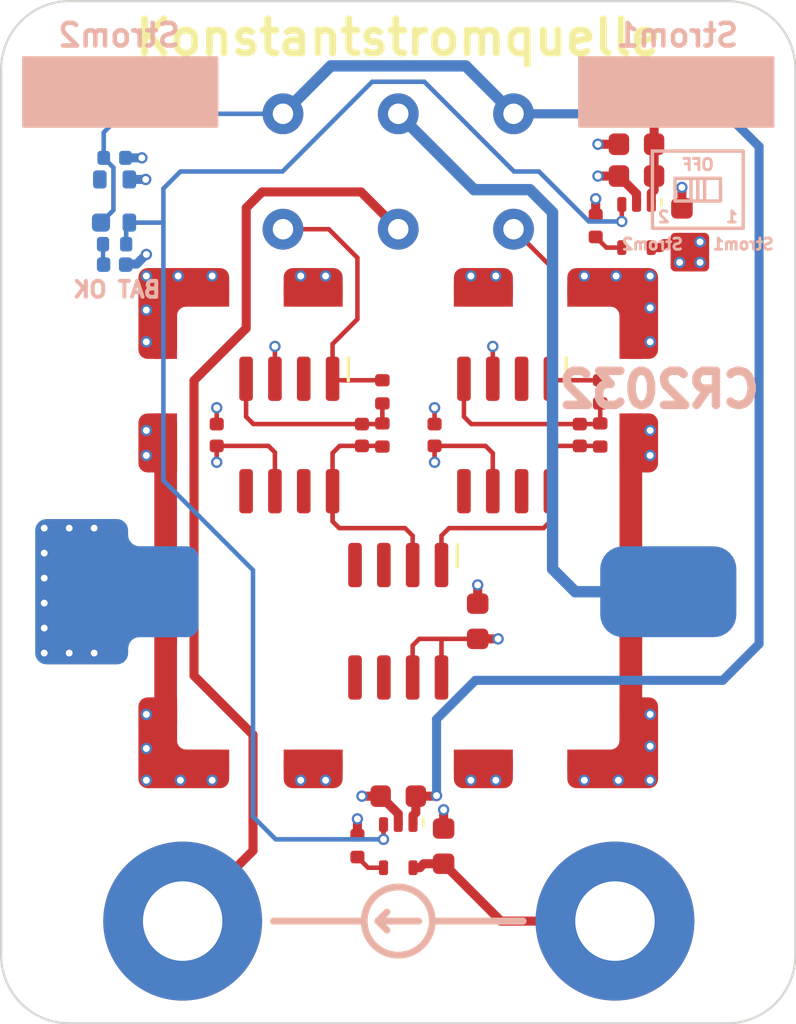
<source format=kicad_pcb>
(kicad_pcb (version 20241229) (generator "pcbnew") (generator_version "9.0")
  (title_block (title "Precision Current Source") (date "2021-11-10") (rev "A") (company "Drawn by: T.Netzer") (comment 2 "Battery voltage monitoring with LED indicator") (comment 3 "Two configurable constant currents") (comment 4 "- Precision constant current source -"))
  (layers (0 "F.Cu" signal) (4 "In1.Cu" signal "GND.Cu") (6 "In2.Cu" signal "POWER.Cu") (2 "B.Cu" signal) (13 "F.Paste" user) (15 "B.Paste" user) (5 "F.SilkS" user "F.Silkscreen") (7 "B.SilkS" user "B.Silkscreen") (1 "F.Mask" user) (3 "B.Mask" user) (25 "Edge.Cuts" user))
  (net 0 "")
  (net 1 "Net-(BT1-+)")
  (net 2 "GND")
  (net 3 "+BATT")
  (net 4 "Net-(U2--)")
  (net 5 "Net-(C4-Pad2)")
  (net 6 "Net-(U3--)")
  (net 7 "Net-(C6-Pad2)")
  (net 8 "Net-(U5-NR)")
  (net 9 "+4V5")
  (net 10 "Net-(U6-NR)")
  (net 11 "Net-(D1-A)")
  (net 12 "Net-(SW1A-B)")
  (net 13 "Net-(SW1A-A)")
  (net 14 "Net-(SW1A-C)")
  (net 22 "+1V5")
  (net 24 "/PWR_EN")
  (footprint "PrecisionCurrentSource:Resistor_0402" (layer "F.Cu") (at 154.9 106.1 90)
    (property "Reference" "R2")
    (property "Value" "1k 0,05%" (hide yes))
    (pad "1" smd roundrect (at -0.51 0 90) (size 0.54 0.64) (layers "F.Cu" "F.Mask" "F.Paste") (net 4 "Net-(U2--)"))
    (pad "2" smd roundrect (at 0.51 0 90) (size 0.54 0.64) (layers "F.Cu" "F.Mask" "F.Paste") (net 5 "Net-(C4-Pad2)"))
  )
  (footprint "PrecisionCurrentSource:Capacitor_0402" (layer "F.Cu") (at 144.2 124.2 90)
    (property "Reference" "C11")
    (property "Value" "10nF" (hide yes))
    (pad "1" smd roundrect (at -0.48 0 90) (size 0.56 0.62) (layers "F.Cu" "F.Mask" "F.Paste") (net 10 "Net-(U6-NR)"))
    (pad "2" smd roundrect (at 0.48 0 90) (size 0.56 0.62) (layers "F.Cu" "F.Mask" "F.Paste") (net 2 "GND"))
  )
  (footprint "PrecisionCurrentSource:SC70-5" (layer "F.Cu") (at 146 124.2 -90)
    (property "Reference" "U6")
    (property "Value" "TPS71715" (hide yes))
    (fp_line (start -1.2 -1.1) (end -0.9 -1.1) (stroke (width 0.12)) (layer "F.SilkS"))
    (pad "1" smd roundrect (at -0.95 -0.65 270) (size 0.65 0.4) (layers "F.Cu" "F.Mask" "F.Paste") (net 3 "+BATT"))
    (pad "2" smd roundrect (at -0.95 0 270) (size 0.65 0.4) (layers "F.Cu" "F.Mask" "F.Paste") (net 2 "GND"))
    (pad "3" smd roundrect (at -0.95 0.65 270) (size 0.65 0.4) (layers "F.Cu" "F.Mask" "F.Paste") (net 24 "/PWR_EN"))
    (pad "4" smd roundrect (at 0.95 0.65 270) (size 0.65 0.4) (layers "F.Cu" "F.Mask" "F.Paste") (net 10 "Net-(U6-NR)"))
    (pad "5" smd roundrect (at 0.95 -0.65 270) (size 0.65 0.4) (layers "F.Cu" "F.Mask" "F.Paste") (net 22 "+1V5"))
  )
  (footprint "PrecisionCurrentSource:Capacitor_0402" (layer "F.Cu") (at 138 106.1 90)
    (property "Reference" "C5")
    (property "Value" "100nF" (hide yes))
    (pad "1" smd roundrect (at -0.48 0 90) (size 0.56 0.62) (layers "F.Cu" "F.Mask" "F.Paste") (net 9 "+4V5"))
    (pad "2" smd roundrect (at 0.48 0 90) (size 0.56 0.62) (layers "F.Cu" "F.Mask" "F.Paste") (net 2 "GND"))
  )
  (footprint "PrecisionCurrentSource:Capacitor_0603" (layer "F.Cu") (at 146 122 180)
    (property "Reference" "C10")
    (property "Value" "1µF" (hide yes))
    (pad "1" smd roundrect (at -0.775 0 180) (size 0.9 0.95) (layers "F.Cu" "F.Mask" "F.Paste") (net 3 "+BATT"))
    (pad "2" smd roundrect (at 0.775 0 180) (size 0.9 0.95) (layers "F.Cu" "F.Mask" "F.Paste") (net 2 "GND"))
  )
  (footprint "PrecisionCurrentSource:Capacitor_0603" (layer "F.Cu") (at 158.5 96.9 90)
    (property "Reference" "C9")
    (property "Value" "1µF" (hide yes))
    (pad "1" smd roundrect (at -0.775 0 90) (size 0.9 0.95) (layers "F.Cu" "F.Mask" "F.Paste") (net 9 "+4V5"))
    (pad "2" smd roundrect (at 0.775 0 90) (size 0.9 0.95) (layers "F.Cu" "F.Mask" "F.Paste") (net 2 "GND"))
  )
  (footprint "PrecisionCurrentSource:Capacitor_0402" (layer "F.Cu") (at 154.7 96.9 90)
    (property "Reference" "C8")
    (property "Value" "10nF" (hide yes))
    (pad "1" smd roundrect (at -0.48 0 90) (size 0.56 0.62) (layers "F.Cu" "F.Mask" "F.Paste") (net 8 "Net-(U5-NR)"))
    (pad "2" smd roundrect (at 0.48 0 90) (size 0.56 0.62) (layers "F.Cu" "F.Mask" "F.Paste") (net 2 "GND"))
  )
  (footprint "PrecisionCurrentSource:SC70-5" (layer "F.Cu") (at 156.5 96.9 -90)
    (property "Reference" "U5")
    (property "Value" "TPS71745" (hide yes))
    (fp_line (start -1.2 -1.1) (end -0.9 -1.1) (stroke (width 0.12)) (layer "F.SilkS"))
    (pad "1" smd roundrect (at -0.95 -0.65 270) (size 0.65 0.4) (layers "F.Cu" "F.Mask" "F.Paste") (net 3 "+BATT"))
    (pad "2" smd roundrect (at -0.95 0 270) (size 0.65 0.4) (layers "F.Cu" "F.Mask" "F.Paste") (net 2 "GND"))
    (pad "3" smd roundrect (at -0.95 0.65 270) (size 0.65 0.4) (layers "F.Cu" "F.Mask" "F.Paste") (net 24 "/PWR_EN"))
    (pad "4" smd roundrect (at 0.95 0.65 270) (size 0.65 0.4) (layers "F.Cu" "F.Mask" "F.Paste") (net 8 "Net-(U5-NR)"))
    (pad "5" smd roundrect (at 0.95 -0.65 270) (size 0.65 0.4) (layers "F.Cu" "F.Mask" "F.Paste") (net 9 "+4V5"))
  )
  (footprint "PrecisionCurrentSource:SOIC-8" (layer "F.Cu") (at 141.2 106.1 -90)
    (property "Reference" "U3")
    (property "Value" "LMP7721" (hide yes))
    (fp_line (start -3.4 -2.6) (end -2.4 -2.6) (stroke (width 0.15)) (layer "F.SilkS"))
    (pad "1" smd roundrect (at -2.475 -1.905 270) (size 1.95 0.6) (layers "F.Cu" "F.Mask" "F.Paste") (net 14 "Net-(SW1A-C)"))
    (pad "2" smd roundrect (at -2.475 -0.635 270) (size 1.95 0.6) (layers "F.Cu" "F.Mask" "F.Paste"))
    (pad "3" smd roundrect (at -2.475 0.635 270) (size 1.95 0.6) (layers "F.Cu" "F.Mask" "F.Paste") (net 2 "GND"))
    (pad "4" smd roundrect (at -2.475 1.905 270) (size 1.95 0.6) (layers "F.Cu" "F.Mask" "F.Paste") (net 7 "Net-(C6-Pad2)"))
    (pad "5" smd roundrect (at 2.475 1.905 270) (size 1.95 0.6) (layers "F.Cu" "F.Mask" "F.Paste"))
    (pad "6" smd roundrect (at 2.475 0.635 270) (size 1.95 0.6) (layers "F.Cu" "F.Mask" "F.Paste") (net 9 "+4V5"))
    (pad "7" smd roundrect (at 2.475 -0.635 270) (size 1.95 0.6) (layers "F.Cu" "F.Mask" "F.Paste"))
    (pad "8" smd roundrect (at 2.475 -1.905 270) (size 1.95 0.6) (layers "F.Cu" "F.Mask" "F.Paste") (net 6 "Net-(U3--)"))
  )
  (footprint "PrecisionCurrentSource:Capacitor_0603" (layer "F.Cu") (at 149.5 114.3 90)
    (property "Reference" "C13")
    (property "Value" "10µF" (hide yes))
    (pad "1" smd roundrect (at -0.775 0 90) (size 0.9 0.95) (layers "F.Cu" "F.Mask" "F.Paste") (net 9 "+4V5"))
    (pad "2" smd roundrect (at 0.775 0 90) (size 0.9 0.95) (layers "F.Cu" "F.Mask" "F.Paste") (net 2 "GND"))
  )
  (footprint "PrecisionCurrentSource:Capacitor_0402" (layer "F.Cu") (at 147.6 106.1 90)
    (property "Reference" "C3")
    (property "Value" "100nF" (hide yes))
    (pad "1" smd roundrect (at -0.48 0 90) (size 0.56 0.62) (layers "F.Cu" "F.Mask" "F.Paste") (net 9 "+4V5"))
    (pad "2" smd roundrect (at 0.48 0 90) (size 0.56 0.62) (layers "F.Cu" "F.Mask" "F.Paste") (net 2 "GND"))
  )
  (footprint "PrecisionCurrentSource:Capacitor_0603" (layer "F.Cu") (at 156.5 94.7 180)
    (property "Reference" "C7")
    (property "Value" "1µF" (hide yes))
    (pad "1" smd roundrect (at -0.775 0 180) (size 0.9 0.95) (layers "F.Cu" "F.Mask" "F.Paste") (net 3 "+BATT"))
    (pad "2" smd roundrect (at 0.775 0 180) (size 0.9 0.95) (layers "F.Cu" "F.Mask" "F.Paste") (net 2 "GND"))
  )
  (footprint "PrecisionCurrentSource:Capacitor_0603" (layer "F.Cu") (at 156.5 93.3 180)
    (property "Reference" "C1")
    (property "Value" "10µF" (hide yes))
    (pad "1" smd roundrect (at -0.775 0 180) (size 0.9 0.95) (layers "F.Cu" "F.Mask" "F.Paste") (net 3 "+BATT"))
    (pad "2" smd roundrect (at 0.775 0 180) (size 0.9 0.95) (layers "F.Cu" "F.Mask" "F.Paste") (net 2 "GND"))
  )
  (footprint "PrecisionCurrentSource:Capacitor_0402" (layer "F.Cu") (at 154 106.1 90)
    (property "Reference" "C4")
    (property "Value" "10nF" (hide yes))
    (pad "1" smd roundrect (at -0.48 0 90) (size 0.56 0.62) (layers "F.Cu" "F.Mask" "F.Paste") (net 4 "Net-(U2--)"))
    (pad "2" smd roundrect (at 0.48 0 90) (size 0.56 0.62) (layers "F.Cu" "F.Mask" "F.Paste") (net 5 "Net-(C4-Pad2)"))
  )
  (footprint "PrecisionCurrentSource:SOIC-8" (layer "F.Cu") (at 146 114.3 -90)
    (property "Reference" "U4")
    (property "Value" "REF200AU" (hide yes))
    (fp_line (start -3.4 -2.6) (end -2.4 -2.6) (stroke (width 0.15)) (layer "F.SilkS"))
    (pad "1" smd roundrect (at -2.475 -1.905 270) (size 1.95 0.6) (layers "F.Cu" "F.Mask" "F.Paste") (net 4 "Net-(U2--)"))
    (pad "2" smd roundrect (at -2.475 -0.635 270) (size 1.95 0.6) (layers "F.Cu" "F.Mask" "F.Paste") (net 6 "Net-(U3--)"))
    (pad "3" smd roundrect (at -2.475 0.635 270) (size 1.95 0.6) (layers "F.Cu" "F.Mask" "F.Paste"))
    (pad "4" smd roundrect (at -2.475 1.905 270) (size 1.95 0.6) (layers "F.Cu" "F.Mask" "F.Paste"))
    (pad "5" smd roundrect (at 2.475 1.905 270) (size 1.95 0.6) (layers "F.Cu" "F.Mask" "F.Paste"))
    (pad "6" smd roundrect (at 2.475 0.635 270) (size 1.95 0.6) (layers "F.Cu" "F.Mask" "F.Paste"))
    (pad "7" smd roundrect (at 2.475 -0.635 270) (size 1.95 0.6) (layers "F.Cu" "F.Mask" "F.Paste") (net 9 "+4V5"))
    (pad "8" smd roundrect (at 2.475 -1.905 270) (size 1.95 0.6) (layers "F.Cu" "F.Mask" "F.Paste") (net 9 "+4V5"))
  )
  (footprint "PrecisionCurrentSource:Capacitor_0603" (layer "F.Cu") (at 148 124.2 90)
    (property "Reference" "C12")
    (property "Value" "1µF" (hide yes))
    (pad "1" smd roundrect (at -0.775 0 90) (size 0.9 0.95) (layers "F.Cu" "F.Mask" "F.Paste") (net 22 "+1V5"))
    (pad "2" smd roundrect (at 0.775 0 90) (size 0.9 0.95) (layers "F.Cu" "F.Mask" "F.Paste") (net 2 "GND"))
  )
  (footprint "PrecisionCurrentSource:SOIC-8" (layer "F.Cu") (at 150.8 106.1 -90)
    (property "Reference" "U2")
    (property "Value" "LMP7721" (hide yes))
    (fp_line (start -3.4 -2.6) (end -2.4 -2.6) (stroke (width 0.15)) (layer "F.SilkS"))
    (pad "1" smd roundrect (at -2.475 -1.905 270) (size 1.95 0.6) (layers "F.Cu" "F.Mask" "F.Paste") (net 13 "Net-(SW1A-A)"))
    (pad "2" smd roundrect (at -2.475 -0.635 270) (size 1.95 0.6) (layers "F.Cu" "F.Mask" "F.Paste"))
    (pad "3" smd roundrect (at -2.475 0.635 270) (size 1.95 0.6) (layers "F.Cu" "F.Mask" "F.Paste") (net 2 "GND"))
    (pad "4" smd roundrect (at -2.475 1.905 270) (size 1.95 0.6) (layers "F.Cu" "F.Mask" "F.Paste") (net 5 "Net-(C4-Pad2)"))
    (pad "5" smd roundrect (at 2.475 1.905 270) (size 1.95 0.6) (layers "F.Cu" "F.Mask" "F.Paste"))
    (pad "6" smd roundrect (at 2.475 0.635 270) (size 1.95 0.6) (layers "F.Cu" "F.Mask" "F.Paste") (net 9 "+4V5"))
    (pad "7" smd roundrect (at 2.475 -0.635 270) (size 1.95 0.6) (layers "F.Cu" "F.Mask" "F.Paste"))
    (pad "8" smd roundrect (at 2.475 -1.905 270) (size 1.95 0.6) (layers "F.Cu" "F.Mask" "F.Paste") (net 4 "Net-(U2--)"))
  )
  (footprint "PrecisionCurrentSource:Wuerth_36103205_20x20mm" (layer "F.Cu") (at 146 110.2)
    (property "Reference" "J1")
    (property "Value" "EMI-Shield" (hide yes))
    (pad "1" smd rect (at -10.25 -10.25) (size 1 1) (layers "F.Cu" "F.Mask" "F.Paste") (net 2 "GND"))
    (pad "1" smd rect (at -10.25 -8.6) (size 1 2.3) (layers "F.Cu" "F.Mask" "F.Paste") (net 2 "GND"))
    (pad "1" smd rect (at -10.25 -3.75) (size 1 2.6) (layers "F.Cu" "F.Mask" "F.Paste") (net 2 "GND"))
    (pad "1" smd rect (at -10.25 3.75) (size 1 2.6) (layers "F.Cu" "F.Mask" "F.Paste") (net 2 "GND"))
    (pad "1" smd rect (at -10.25 8.6) (size 1 2.3) (layers "F.Cu" "F.Mask" "F.Paste") (net 2 "GND"))
    (pad "1" smd rect (at -10.25 10.25) (size 1 1) (layers "F.Cu" "F.Mask" "F.Paste") (net 2 "GND"))
    (pad "1" smd rect (at -8.6 -10.25) (size 2.3 1) (layers "F.Cu" "F.Mask" "F.Paste") (net 2 "GND"))
    (pad "1" smd rect (at -8.6 10.25) (size 2.3 1) (layers "F.Cu" "F.Mask" "F.Paste") (net 2 "GND"))
    (pad "1" smd rect (at -3.75 -10.25) (size 2.6 1) (layers "F.Cu" "F.Mask" "F.Paste") (net 2 "GND"))
    (pad "1" smd rect (at -3.75 10.25) (size 2.6 1) (layers "F.Cu" "F.Mask" "F.Paste") (net 2 "GND"))
    (pad "1" smd rect (at 3.75 -10.25) (size 2.6 1) (layers "F.Cu" "F.Mask" "F.Paste") (net 2 "GND"))
    (pad "1" smd rect (at 3.75 10.25) (size 2.6 1) (layers "F.Cu" "F.Mask" "F.Paste") (net 2 "GND"))
    (pad "1" smd rect (at 8.6 -10.25) (size 2.3 1) (layers "F.Cu" "F.Mask" "F.Paste") (net 2 "GND"))
    (pad "1" smd rect (at 8.6 10.25) (size 2.3 1) (layers "F.Cu" "F.Mask" "F.Paste") (net 2 "GND"))
    (pad "1" smd rect (at 10.25 -10.25) (size 1 1) (layers "F.Cu" "F.Mask" "F.Paste") (net 2 "GND"))
    (pad "1" smd rect (at 10.25 -8.6) (size 1 2.3) (layers "F.Cu" "F.Mask" "F.Paste") (net 2 "GND"))
    (pad "1" smd rect (at 10.25 -3.75) (size 1 2.6) (layers "F.Cu" "F.Mask" "F.Paste") (net 2 "GND"))
    (pad "1" smd rect (at 10.25 3.75) (size 1 2.6) (layers "F.Cu" "F.Mask" "F.Paste") (net 2 "GND"))
    (pad "1" smd rect (at 10.25 8.6) (size 1 2.3) (layers "F.Cu" "F.Mask" "F.Paste") (net 2 "GND"))
    (pad "1" smd rect (at 10.25 10.25) (size 1 1) (layers "F.Cu" "F.Mask" "F.Paste") (net 2 "GND"))
  )
  (footprint "PrecisionCurrentSource:MountingHole" (layer "F.Cu") (at 155.55 127.5)
    (property "Reference" "H1" (hide yes))
    (property "Value" "MountingHole" (hide yes))
    (pad "1" thru_hole circle (at 0 0) (size 7 7) (drill 3.5) (layers "*.Cu" "*.Mask") (net 22 "+1V5"))
  )
  (footprint "PrecisionCurrentSource:Resistor_0402" (layer "F.Cu") (at 145.3 106.1 90)
    (property "Reference" "R4")
    (property "Value" "1k 0,05%" (hide yes))
    (pad "1" smd roundrect (at -0.51 0 90) (size 0.54 0.64) (layers "F.Cu" "F.Mask" "F.Paste") (net 6 "Net-(U3--)"))
    (pad "2" smd roundrect (at 0.51 0 90) (size 0.54 0.64) (layers "F.Cu" "F.Mask" "F.Paste") (net 7 "Net-(C6-Pad2)"))
  )
  (footprint "PrecisionCurrentSource:Capacitor_0402" (layer "F.Cu") (at 144.4 106.1 90)
    (property "Reference" "C6")
    (property "Value" "10nF" (hide yes))
    (pad "1" smd roundrect (at -0.48 0 90) (size 0.56 0.62) (layers "F.Cu" "F.Mask" "F.Paste") (net 6 "Net-(U3--)"))
    (pad "2" smd roundrect (at 0.48 0 90) (size 0.56 0.62) (layers "F.Cu" "F.Mask" "F.Paste") (net 7 "Net-(C6-Pad2)"))
  )
  (footprint "PrecisionCurrentSource:MountingHole" (layer "F.Cu") (at 136.5 127.5 90)
    (property "Reference" "H2" (hide yes))
    (property "Value" "MountingHole" (hide yes))
    (pad "1" thru_hole circle (at 0 0 90) (size 7 7) (drill 3.5) (layers "*.Cu" "*.Mask") (net 12 "Net-(SW1A-B)"))
  )
  (footprint "PrecisionCurrentSource:Resistor_0402" (layer "F.Cu") (at 145.3 104.2 -90)
    (property "Reference" "R5")
    (property "Value" "100k 0,05%" (hide yes))
    (pad "1" smd roundrect (at -0.51 0 270) (size 0.54 0.64) (layers "F.Cu" "F.Mask" "F.Paste") (net 14 "Net-(SW1A-C)"))
    (pad "2" smd roundrect (at 0.51 0 270) (size 0.54 0.64) (layers "F.Cu" "F.Mask" "F.Paste") (net 7 "Net-(C6-Pad2)"))
  )
  (footprint "PrecisionCurrentSource:Resistor_0402" (layer "F.Cu") (at 154.9 104.2 -90)
    (property "Reference" "R3")
    (property "Value" "1M 0,1%" (hide yes))
    (pad "1" smd roundrect (at -0.51 0 270) (size 0.54 0.64) (layers "F.Cu" "F.Mask" "F.Paste") (net 13 "Net-(SW1A-A)"))
    (pad "2" smd roundrect (at 0.51 0 270) (size 0.54 0.64) (layers "F.Cu" "F.Mask" "F.Paste") (net 5 "Net-(C4-Pad2)"))
  )
  (footprint "PrecisionCurrentSource:600DP3S2M4R" (layer "B.Cu") (at 146 94.5 180)
    (property "Reference" "SW1")
    (property "Value" "600DP3S2M4R" (hide yes))
    (pad "1" thru_hole circle (at -5.08 -2.54 180) (size 1.8 1.8) (drill 0.9) (layers "*.Cu" "*.Mask") (net 13 "Net-(SW1A-A)"))
    (pad "2" thru_hole circle (at 0 -2.54 180) (size 1.8 1.8) (drill 0.9) (layers "*.Cu" "*.Mask") (net 12 "Net-(SW1A-B)"))
    (pad "3" thru_hole circle (at 5.08 -2.54 180) (size 1.8 1.8) (drill 0.9) (layers "*.Cu" "*.Mask") (net 14 "Net-(SW1A-C)"))
    (pad "4" thru_hole circle (at -5.08 2.54 180) (size 1.8 1.8) (drill 0.9) (layers "*.Cu" "*.Mask") (net 3 "+BATT"))
    (pad "5" thru_hole circle (at 0 2.54 180) (size 1.8 1.8) (drill 0.9) (layers "*.Cu" "*.Mask") (net 1 "Net-(BT1-+)"))
    (pad "6" thru_hole circle (at 5.08 2.54 180) (size 1.8 1.8) (drill 0.9) (layers "*.Cu" "*.Mask") (net 3 "+BATT"))
  )
  (footprint "PrecisionCurrentSource:Keystone_1062" (layer "B.Cu") (at 146 113 180)
    (property "Reference" "BT1")
    (property "Value" "2x CR2032" (hide yes))
    (pad "1" smd roundrect (at -11.9 0 180) (size 6 4) (layers "B.Cu" "B.Mask" "B.Paste") (net 1 "Net-(BT1-+)"))
    (pad "2" smd roundrect (at 11.9 0 180) (size 6 4) (layers "B.Cu" "B.Mask" "B.Paste") (net 2 "GND"))
  )
  (footprint "PrecisionCurrentSource:Resistor_0402" (layer "B.Cu") (at 133.5 97.7 180)
    (property "Reference" "R1")
    (property "Value" "8k2" (hide yes))
    (pad "1" smd roundrect (at -0.51 0 180) (size 0.54 0.64) (layers "B.Cu" "B.Mask" "B.Paste") (net 24 "/PWR_EN"))
    (pad "2" smd roundrect (at 0.51 0 180) (size 0.54 0.64) (layers "B.Cu" "B.Mask" "B.Paste") (net 11 "Net-(D1-A)"))
  )
  (footprint "PrecisionCurrentSource:SOP4" (layer "B.Cu") (at 133.5 95.8 180)
    (property "Reference" "U1")
    (property "Value" "BU4947F" (hide yes))
    (pad "1" smd roundrect (at -0.65 -0.95 90) (size 0.8 0.6) (layers "B.Cu" "B.Mask" "B.Paste") (net 24 "/PWR_EN"))
    (pad "2" smd roundrect (at 0.6 -0.95 90) (size 0.8 0.8) (layers "B.Cu" "B.Mask" "B.Paste") (net 3 "+BATT"))
    (pad "3" smd roundrect (at 0.65 0.95 90) (size 0.8 0.6) (layers "B.Cu" "B.Mask" "B.Paste"))
    (pad "4" smd roundrect (at -0.65 0.95 90) (size 0.8 0.6) (layers "B.Cu" "B.Mask" "B.Paste") (net 2 "GND"))
  )
  (footprint "PrecisionCurrentSource:LED_0402" (layer "B.Cu") (at 133.5 98.6 180)
    (property "Reference" "D1")
    (property "Value" "Green" (hide yes))
    (pad "1" smd roundrect (at -0.485 0 180) (size 0.59 0.64) (layers "B.Cu" "B.Mask" "B.Paste") (net 2 "GND"))
    (pad "2" smd roundrect (at 0.485 0 180) (size 0.59 0.64) (layers "B.Cu" "B.Mask" "B.Paste") (net 11 "Net-(D1-A)"))
  )
  (footprint "PrecisionCurrentSource:Capacitor_0402" (layer "B.Cu") (at 133.5 93.9)
    (property "Reference" "C2")
    (property "Value" "100nF" (hide yes))
    (pad "1" smd roundrect (at -0.48 0) (size 0.56 0.62) (layers "B.Cu" "B.Mask" "B.Paste") (net 3 "+BATT"))
    (pad "2" smd roundrect (at 0.48 0) (size 0.56 0.62) (layers "B.Cu" "B.Mask" "B.Paste") (net 2 "GND"))
  )
  (gr_line (start 145.1 127.5) (end 145.5 127.9) (stroke (width 0.3)) (layer "F.SilkS"))
  (gr_line (start 146.9 127.5) (end 145.1 127.5) (stroke (width 0.3)) (layer "F.SilkS"))
  (gr_line (start 144.5 127.5) (end 140.5 127.5) (stroke (width 0.3)) (layer "F.SilkS"))
  (gr_line (start 145.1 127.5) (end 145.5 127.1) (stroke (width 0.3)) (layer "F.SilkS"))
  (gr_line (start 147.5 127.5) (end 151.5 127.5) (stroke (width 0.3)) (layer "F.SilkS"))
  (gr_circle (center 146 127.5) (end 147.5 127.5) (stroke (width 0.3)) (fill no) (layer "F.SilkS"))
  (gr_line (start 159.5 94.8) (end 159.5 95.8) (stroke (width 0.15)) (layer "B.SilkS"))
  (gr_rect (start 154 89.5) (end 162.5 92.5) (stroke (width 0.15)) (fill yes) (layer "B.SilkS"))
  (gr_rect (start 158.2 94.8) (end 160.2 95.8) (stroke (width 0.15)) (fill no) (layer "B.SilkS"))
  (gr_line (start 147.5 127.5) (end 151.5 127.5) (stroke (width 0.3)) (layer "B.SilkS"))
  (gr_circle (center 146 127.5) (end 147.5 127.5) (stroke (width 0.3)) (fill no) (layer "B.SilkS"))
  (gr_rect (start 129.5 89.5) (end 138 92.5) (stroke (width 0.15)) (fill yes) (layer "B.SilkS"))
  (gr_line (start 145.1 127.5) (end 145.5 127.1) (stroke (width 0.3)) (layer "B.SilkS"))
  (gr_line (start 144.5 127.5) (end 140.5 127.5) (stroke (width 0.3)) (layer "B.SilkS"))
  (gr_line (start 145.1 127.5) (end 145.5 127.9) (stroke (width 0.3)) (layer "B.SilkS"))
  (gr_line (start 146.9 127.5) (end 145.1 127.5) (stroke (width 0.3)) (layer "B.SilkS"))
  (gr_rect (start 157.2 93.6) (end 161.2 97) (stroke (width 0.15)) (fill no) (layer "B.SilkS"))
  (gr_line (start 159.2 94.8) (end 159.2 95.8) (stroke (width 0.15)) (layer "B.SilkS"))
  (gr_line (start 158.9 94.8) (end 158.9 95.8) (stroke (width 0.15)) (layer "B.SilkS"))
  (gr_line (start 128.5 129) (end 128.5 90) (stroke (width 0.1)) (layer "Edge.Cuts"))
  (gr_arc (start 128.5 90) (mid 129.37868 87.87868) (end 131.5 87) (stroke (width 0.1)) (layer "Edge.Cuts"))
  (gr_line (start 163.5 90) (end 163.5 129) (stroke (width 0.1)) (layer "Edge.Cuts"))
  (gr_line (start 131.5 87) (end 160.5 87) (stroke (width 0.1)) (layer "Edge.Cuts"))
  (gr_line (start 160.5 132) (end 131.5 132) (stroke (width 0.1)) (layer "Edge.Cuts"))
  (gr_arc (start 163.5 129) (mid 162.62132 131.12132) (end 160.5 132) (stroke (width 0.1)) (layer "Edge.Cuts"))
  (gr_arc (start 160.5 87) (mid 162.62132 87.87868) (end 163.5 90) (stroke (width 0.1)) (layer "Edge.Cuts"))
  (gr_arc (start 131.5 132) (mid 129.37868 131.12132) (end 128.5 129) (stroke (width 0.1)) (layer "Edge.Cuts"))
  (gr_text "Konstantstromquelle" (at 146 88.6 0) (layer "F.SilkS") (effects (font (size 1.5 1.5) (thickness 0.3))))
  (gr_text "Strom2" (at 157.2 97.7 0) (layer "B.SilkS") (effects (font (size 0.5 0.5) (thickness 0.125)) (justify mirror)))
  (gr_text "2" (at 157.7 96.5 0) (layer "B.SilkS") (effects (font (size 0.5 0.5) (thickness 0.125)) (justify mirror)))
  (gr_text "Strom1" (at 161.2 97.7 0) (layer "B.SilkS") (effects (font (size 0.5 0.5) (thickness 0.125)) (justify mirror)))
  (gr_text "1" (at 160.7 96.5 0) (layer "B.SilkS") (effects (font (size 0.5 0.5) (thickness 0.125)) (justify mirror)))
  (gr_text "CR2032" (at 157.5 104.1 0) (layer "B.SilkS") (effects (font (size 1.5 1.5) (thickness 0.375)) (justify mirror)))
  (gr_text "Strom1" (at 158.3 88.5 0) (layer "B.SilkS") (effects (font (size 1 1) (thickness 0.2)) (justify mirror)))
  (gr_text "OFF" (at 159.2 94.2 0) (layer "B.SilkS") (effects (font (size 0.5 0.5) (thickness 0.125)) (justify mirror)))
  (gr_text "Strom2" (at 133.7 88.5 0) (layer "B.SilkS") (effects (font (size 1 1) (thickness 0.2)) (justify mirror)))
  (gr_text "BAT OK" (at 133.6 99.7 0) (layer "B.SilkS") (effects (font (size 0.7 0.7) (thickness 0.175)) (justify mirror)))
  (segment (start 152.8 96.3) (end 152.8 112) (width 0.5) (layer "B.Cu") (net 1))
  (segment (start 146 91.96) (end 149.34 95.3) (width 0.5) (layer "B.Cu") (net 1))
  (segment (start 149.34 95.3) (end 151.8 95.3) (width 0.5) (layer "B.Cu") (net 1))
  (segment (start 151.8 95.3) (end 152.8 96.3) (width 0.5) (layer "B.Cu") (net 1))
  (segment (start 153.8 113) (end 157.9 113) (width 0.5) (layer "B.Cu") (net 1))
  (segment (start 152.8 112) (end 153.8 113) (width 0.5) (layer "B.Cu") (net 1))
  (segment (start 140.565 102.2) (end 140.565 103.625) (width 0.2) (layer "F.Cu") (net 2))
  (segment (start 156.25 113.95) (end 156.25 118.8) (width 1) (layer "F.Cu") (net 2))
  (segment (start 155.725 93.3) (end 154.8 93.3) (width 0.4) (layer "F.Cu") (net 2))
  (segment (start 144.2 123.72) (end 144.2 123) (width 0.4) (layer "F.Cu") (net 2))
  (segment (start 135.75 118.8) (end 135.75 113.95) (width 1) (layer "F.Cu") (net 2))
  (segment (start 138 104.9) (end 138 105.62) (width 0.2) (layer "F.Cu") (net 2))
  (segment (start 158.5 96.125) (end 158.5 95.2) (width 0.4) (layer "F.Cu") (net 2))
  (segment (start 147.6 104.9) (end 147.6 105.62) (width 0.2) (layer "F.Cu") (net 2))
  (segment (start 154.7 96.42) (end 154.7 95.7) (width 0.4) (layer "F.Cu") (net 2))
  (segment (start 149.5 112.7) (end 149.5 113.525) (width 0.4) (layer "F.Cu") (net 2))
  (segment (start 135.75 113.95) (end 135.75 106.45) (width 1) (layer "F.Cu") (net 2))
  (segment (start 156.25 113.95) (end 156.25 106.45) (width 1) (layer "F.Cu") (net 2))
  (segment (start 155.725 94.7) (end 154.8 94.7) (width 0.4) (layer "F.Cu") (net 2))
  (segment (start 146 123.25) (end 146 122.775) (width 0.4) (layer "F.Cu") (net 2))
  (segment (start 146 122.775) (end 145.225 122) (width 0.4) (layer "F.Cu") (net 2))
  (segment (start 150.165 102.2) (end 150.165 103.625) (width 0.2) (layer "F.Cu") (net 2))
  (segment (start 156.5 95.475) (end 155.725 94.7) (width 0.4) (layer "F.Cu") (net 2))
  (segment (start 148 123.425) (end 148 122.6) (width 0.4) (layer "F.Cu") (net 2))
  (segment (start 145.225 122) (end 144.4 122) (width 0.4) (layer "F.Cu") (net 2))
  (segment (start 156.5 95.95) (end 156.5 95.475) (width 0.4) (layer "F.Cu") (net 2))
  (via (at 130.4 110.2) (size 0.5) (drill 0.3) (layers "F.Cu" "B.Cu") (net 2))
  (via (at 131.5 115.7) (size 0.5) (drill 0.3) (layers "F.Cu" "B.Cu") (net 2))
  (via (at 144.4 122) (size 0.5) (drill 0.3) (layers "F.Cu" "B.Cu") (net 2))
  (via (at 142.8 99.1) (size 0.5) (drill 0.3) (layers "F.Cu" "B.Cu") (net 2))
  (via (at 149.2 99.1) (size 0.5) (drill 0.3) (layers "F.Cu" "B.Cu") (net 2))
  (via (at 147.6 104.9) (size 0.5) (drill 0.3) (layers "F.Cu" "B.Cu") (net 2))
  (via (at 134.9 119.9) (size 0.5) (drill 0.3) (layers "F.Cu" "B.Cu") (net 2))
  (via (at 134.9 102) (size 0.5) (drill 0.3) (layers "F.Cu" "B.Cu") (net 2))
  (via (at 136.3 99.1) (size 0.5) (drill 0.3) (layers "F.Cu" "B.Cu") (net 2))
  (via (at 157.1 118.4) (size 0.5) (drill 0.3) (layers "F.Cu" "B.Cu") (net 2))
  (via (at 144.2 123) (size 0.5) (drill 0.3) (layers "F.Cu" "B.Cu") (net 2))
  (via (at 157.1 107) (size 0.5) (drill 0.3) (layers "F.Cu" "B.Cu") (net 2))
  (via (at 134.9 99.1) (size 0.5) (drill 0.3) (layers "F.Cu" "B.Cu") (net 2))
  (via (at 149.5 112.7) (size 0.5) (drill 0.3) (layers "F.Cu" "B.Cu") (net 2))
  (via (at 155.6 99.1) (size 0.5) (drill 0.3) (layers "F.Cu" "B.Cu") (net 2))
  (via (at 142.8 121.3) (size 0.5) (drill 0.3) (layers "F.Cu" "B.Cu") (net 2))
  (via (at 157.1 119.8) (size 0.5) (drill 0.3) (layers "F.Cu" "B.Cu") (net 2))
  (via (at 130.4 113.5) (size 0.5) (drill 0.3) (layers "F.Cu" "B.Cu") (net 2))
  (via (at 141.7 121.3) (size 0.5) (drill 0.3) (layers "F.Cu" "B.Cu") (net 2))
  (via (at 130.4 114.6) (size 0.5) (drill 0.3) (layers "F.Cu" "B.Cu") (net 2))
  (via (at 141.7 99.1) (size 0.5) (drill 0.3) (layers "F.Cu" "B.Cu") (net 2))
  (via (at 157.1 99.1) (size 0.5) (drill 0.3) (layers "F.Cu" "B.Cu") (net 2))
  (via (at 148 122.6) (size 0.5) (drill 0.3) (layers "F.Cu" "B.Cu") (net 2))
  (via (at 154.2 121.3) (size 0.5) (drill 0.3) (layers "F.Cu" "B.Cu") (net 2))
  (via (at 158.5 95.2) (size 0.5) (drill 0.3) (layers "F.Cu" "B.Cu") (net 2))
  (via (at 154.8 93.3) (size 0.5) (drill 0.3) (layers "F.Cu" "B.Cu") (net 2))
  (via (at 155.7 121.3) (size 0.5) (drill 0.3) (layers "F.Cu" "B.Cu") (net 2))
  (via (at 134.87 94.85) (size 0.5) (drill 0.3) (layers "F.Cu" "B.Cu") (net 2))
  (via (at 157.1 105.9) (size 0.5) (drill 0.3) (layers "F.Cu" "B.Cu") (net 2))
  (via (at 134.9 100.6) (size 0.5) (drill 0.3) (layers "F.Cu" "B.Cu") (net 2))
  (via (at 132.6 110.2) (size 0.5) (drill 0.3) (layers "F.Cu" "B.Cu") (net 2))
  (via (at 130.4 112.4) (size 0.5) (drill 0.3) (layers "F.Cu" "B.Cu") (net 2))
  (via (at 130.4 115.7) (size 0.5) (drill 0.3) (layers "F.Cu" "B.Cu") (net 2))
  (via (at 150.3 121.3) (size 0.5) (drill 0.3) (layers "F.Cu" "B.Cu") (net 2))
  (via (at 140.565 102.2) (size 0.5) (drill 0.3) (layers "F.Cu" "B.Cu") (net 2))
  (via (at 134.9 118.4) (size 0.5) (drill 0.3) (layers "F.Cu" "B.Cu") (net 2))
  (via (at 154.7 95.7) (size 0.5) (drill 0.3) (layers "F.Cu" "B.Cu") (net 2))
  (via (at 134.9 121.3) (size 0.5) (drill 0.3) (layers "F.Cu" "B.Cu") (net 2))
  (via (at 138 104.9) (size 0.5) (drill 0.3) (layers "F.Cu" "B.Cu") (net 2))
  (via (at 150.3 99.1) (size 0.5) (drill 0.3) (layers "F.Cu" "B.Cu") (net 2))
  (via (at 137.8 99.1) (size 0.5) (drill 0.3) (layers "F.Cu" "B.Cu") (net 2))
  (via (at 134.9 105.9) (size 0.5) (drill 0.3) (layers "F.Cu" "B.Cu") (net 2))
  (via (at 150.165 102.2) (size 0.5) (drill 0.3) (layers "F.Cu" "B.Cu") (net 2))
  (via (at 136.4 121.3) (size 0.5) (drill 0.3) (layers "F.Cu" "B.Cu") (net 2))
  (via (at 157.1 102) (size 0.5) (drill 0.3) (layers "F.Cu" "B.Cu") (net 2))
  (via (at 157.1 121.3) (size 0.5) (drill 0.3) (layers "F.Cu" "B.Cu") (net 2))
  (via (at 134.9 107) (size 0.5) (drill 0.3) (layers "F.Cu" "B.Cu") (net 2))
  (via (at 154.2 99.1) (size 0.5) (drill 0.3) (layers "F.Cu" "B.Cu") (net 2))
  (via (at 157.1 100.5) (size 0.5) (drill 0.3) (layers "F.Cu" "B.Cu") (net 2))
  (via (at 154.8 94.7) (size 0.5) (drill 0.3) (layers "F.Cu" "B.Cu") (net 2))
  (via (at 130.4 111.3) (size 0.5) (drill 0.3) (layers "F.Cu" "B.Cu") (net 2))
  (via (at 131.5 110.2) (size 0.5) (drill 0.3) (layers "F.Cu" "B.Cu") (net 2))
  (via (at 149.2 121.3) (size 0.5) (drill 0.3) (layers "F.Cu" "B.Cu") (net 2))
  (via (at 137.8 121.3) (size 0.5) (drill 0.3) (layers "F.Cu" "B.Cu") (net 2))
  (via (at 132.6 115.7) (size 0.5) (drill 0.3) (layers "F.Cu" "B.Cu") (net 2))
  (via (at 134.7 93.9) (size 0.5) (drill 0.3) (layers "F.Cu" "B.Cu") (net 2))
  (via (at 134.9 98.15) (size 0.5) (drill 0.3) (layers "F.Cu" "B.Cu") (net 2))
  (segment (start 134.9 98.15) (end 134.475 98.575) (width 0.4) (layer "B.Cu") (net 2))
  (segment (start 134.475 98.575) (end 133.985 98.575) (width 0.4) (layer "B.Cu") (net 2))
  (segment (start 134.7 93.9) (end 133.98 93.9) (width 0.4) (layer "B.Cu") (net 2))
  (segment (start 134.87 94.85) (end 134.15 94.85) (width 0.4) (layer "B.Cu") (net 2))
  (segment (start 156.76 91.96) (end 157.275 92.475) (width 0.4) (layer "F.Cu") (net 3))
  (segment (start 157.275 92.475) (end 157.275 93.3) (width 0.4) (layer "F.Cu") (net 3))
  (segment (start 157.275 93.3) (end 157.275 94.7) (width 0.4) (layer "F.Cu") (net 3))
  (segment (start 157.275 95.325) (end 157.275 94.7) (width 0.4) (layer "F.Cu") (net 3))
  (segment (start 146.65 122.85) (end 146.775 122.725) (width 0.4) (layer "F.Cu") (net 3))
  (segment (start 157.15 95.95) (end 157.15 95.45) (width 0.4) (layer "F.Cu") (net 3))
  (segment (start 147.661519 122) (end 147.687173 121.974346) (width 0.4) (layer "F.Cu") (net 3))
  (segment (start 146.65 123.25) (end 146.65 122.85) (width 0.4) (layer "F.Cu") (net 3))
  (segment (start 146.775 122.725) (end 146.775 122) (width 0.4) (layer "F.Cu") (net 3))
  (segment (start 151.08 91.96) (end 156.76 91.96) (width 0.4) (layer "F.Cu") (net 3))
  (segment (start 146.775 122) (end 147.661519 122) (width 0.4) (layer "F.Cu") (net 3))
  (segment (start 157.15 95.45) (end 157.275 95.325) (width 0.4) (layer "F.Cu") (net 3))
  (via (at 147.687173 121.974346) (size 0.5) (drill 0.3) (layers "F.Cu" "B.Cu") (net 3))
  (segment (start 161.9 93.4) (end 160.46 91.96) (width 0.4) (layer "B.Cu") (net 3))
  (segment (start 132.9 96.75) (end 133.44952 96.20048) (width 0.2) (layer "B.Cu") (net 3))
  (segment (start 133.02 92.78) (end 133.84 91.96) (width 0.2) (layer "B.Cu") (net 3))
  (segment (start 133.84 91.96) (end 140.92 91.96) (width 0.2) (layer "B.Cu") (net 3))
  (segment (start 147.687173 121.974346) (end 147.687173 118.612827) (width 0.4) (layer "B.Cu") (net 3))
  (segment (start 143.03 89.85) (end 148.97 89.85) (width 0.5) (layer "B.Cu") (net 3))
  (segment (start 133.44952 96.20048) (end 133.44952 94.32952) (width 0.2) (layer "B.Cu") (net 3))
  (segment (start 160.3 116.9) (end 161.9 115.3) (width 0.4) (layer "B.Cu") (net 3))
  (segment (start 133.44952 94.32952) (end 133.02 93.9) (width 0.2) (layer "B.Cu") (net 3))
  (segment (start 147.687173 118.612827) (end 149.4 116.9) (width 0.4) (layer "B.Cu") (net 3))
  (segment (start 148.97 89.85) (end 151.08 91.96) (width 0.5) (layer "B.Cu") (net 3))
  (segment (start 140.92 91.96) (end 143.03 89.85) (width 0.5) (layer "B.Cu") (net 3))
  (segment (start 133.02 93.9) (end 133.02 92.78) (width 0.2) (layer "B.Cu") (net 3))
  (segment (start 160.46 91.96) (end 151.08 91.96) (width 0.4) (layer "B.Cu") (net 3))
  (segment (start 161.9 115.3) (end 161.9 93.4) (width 0.4) (layer "B.Cu") (net 3))
  (segment (start 149.4 116.9) (end 160.3 116.9) (width 0.4) (layer "B.Cu") (net 3))
  (segment (start 153.02 106.58) (end 154 106.58) (width 0.2) (layer "F.Cu") (net 4))
  (segment (start 147.905 110.5325) (end 148.2375 110.2) (width 0.2) (layer "F.Cu") (net 4))
  (segment (start 152.705 108.575) (end 152.705 106.895) (width 0.2) (layer "F.Cu") (net 4))
  (segment (start 148.2375 110.2) (end 152.4 110.2) (width 0.2) (layer "F.Cu") (net 4))
  (segment (start 147.905 111.825) (end 147.905 110.5325) (width 0.2) (layer "F.Cu") (net 4))
  (segment (start 154.87 106.58) (end 154.9 106.61) (width 0.2) (layer "F.Cu") (net 4))
  (segment (start 152.4 110.2) (end 152.705 109.895) (width 0.2) (layer "F.Cu") (net 4))
  (segment (start 152.705 108.575) (end 152.705 109.895) (width 0.2) (layer "F.Cu") (net 4))
  (segment (start 154 106.58) (end 154.87 106.58) (width 0.2) (layer "F.Cu") (net 4))
  (segment (start 152.705 106.895) (end 153.02 106.58) (width 0.2) (layer "F.Cu") (net 4))
  (segment (start 154 105.62) (end 154.87 105.62) (width 0.2) (layer "F.Cu") (net 5))
  (segment (start 148.895 105.295) (end 148.895 103.625) (width 0.2) (layer "F.Cu") (net 5))
  (segment (start 149.22 105.62) (end 148.895 105.295) (width 0.2) (layer "F.Cu") (net 5))
  (segment (start 154.9 105.59) (end 154.9 104.71) (width 0.2) (layer "F.Cu") (net 5))
  (segment (start 154 105.62) (end 149.22 105.62) (width 0.2) (layer "F.Cu") (net 5))
  (segment (start 154.87 105.62) (end 154.9 105.59) (width 0.2) (layer "F.Cu") (net 5))
  (segment (start 143.105 109.905) (end 143.105 108.575) (width 0.2) (layer "F.Cu") (net 6))
  (segment (start 144.4 106.58) (end 145.27 106.58) (width 0.2) (layer "F.Cu") (net 6))
  (segment (start 146.635 111.825) (end 146.635 110.535) (width 0.2) (layer "F.Cu") (net 6))
  (segment (start 143.105 108.575) (end 143.105 106.895) (width 0.2) (layer "F.Cu") (net 6))
  (segment (start 143.105 106.895) (end 143.42 106.58) (width 0.2) (layer "F.Cu") (net 6))
  (segment (start 143.4 110.2) (end 143.105 109.905) (width 0.2) (layer "F.Cu") (net 6))
  (segment (start 143.42 106.58) (end 144.4 106.58) (width 0.2) (layer "F.Cu") (net 6))
  (segment (start 143.105 109.895) (end 143.105 108.575) (width 0.2) (layer "F.Cu") (net 6))
  (segment (start 146.635 110.535) (end 146.3 110.2) (width 0.2) (layer "F.Cu") (net 6))
  (segment (start 146.3 110.2) (end 143.4 110.2) (width 0.2) (layer "F.Cu") (net 6))
  (segment (start 145.27 106.58) (end 145.3 106.61) (width 0.2) (layer "F.Cu") (net 6))
  (segment (start 139.62 105.62) (end 139.295 105.295) (width 0.2) (layer "F.Cu") (net 7))
  (segment (start 144.4 105.62) (end 145.27 105.62) (width 0.2) (layer "F.Cu") (net 7))
  (segment (start 145.27 105.62) (end 145.3 105.59) (width 0.2) (layer "F.Cu") (net 7))
  (segment (start 139.295 105.295) (end 139.295 103.625) (width 0.2) (layer "F.Cu") (net 7))
  (segment (start 145.3 105.59) (end 145.3 104.71) (width 0.2) (layer "F.Cu") (net 7))
  (segment (start 144.4 105.62) (end 139.62 105.62) (width 0.2) (layer "F.Cu") (net 7))
  (segment (start 155.17 97.85) (end 154.7 97.38) (width 0.2) (layer "F.Cu") (net 8))
  (segment (start 155.85 97.85) (end 155.17 97.85) (width 0.2) (layer "F.Cu") (net 8))
  (segment (start 157.725 97.675) (end 158.5 97.675) (width 0.4) (layer "F.Cu") (net 9))
  (segment (start 149.5 115.075) (end 147.925 115.075) (width 0.2) (layer "F.Cu") (net 9))
  (segment (start 157.15 97.85) (end 157.55 97.85) (width 0.4) (layer "F.Cu") (net 9))
  (segment (start 138 106.58) (end 140.28 106.58) (width 0.2) (layer "F.Cu") (net 9))
  (segment (start 147.925 115.075) (end 146.925 115.075) (width 0.2) (layer "F.Cu") (net 9))
  (segment (start 140.28 106.58) (end 140.565 106.865) (width 0.2) (layer "F.Cu") (net 9))
  (segment (start 150.4 115.075) (end 149.5 115.075) (width 0.4) (layer "F.Cu") (net 9))
  (segment (start 147.6 107.3) (end 147.6 106.58) (width 0.2) (layer "F.Cu") (net 9))
  (segment (start 149.845 106.58) (end 150.165 106.9) (width 0.2) (layer "F.Cu") (net 9))
  (segment (start 138 107.3) (end 138 106.58) (width 0.2) (layer "F.Cu") (net 9))
  (segment (start 146.925 115.075) (end 146.635 115.365) (width 0.2) (layer "F.Cu") (net 9))
  (segment (start 157.55 97.85) (end 157.725 97.675) (width 0.4) (layer "F.Cu") (net 9))
  (segment (start 140.565 106.865) (end 140.565 108.575) (width 0.2) (layer "F.Cu") (net 9))
  (segment (start 150.165 106.9) (end 150.165 108.575) (width 0.2) (layer "F.Cu") (net 9))
  (segment (start 147.905 115.095) (end 147.925 115.075) (width 0.2) (layer "F.Cu") (net 9))
  (segment (start 146.635 115.365) (end 146.635 116.775) (width 0.2) (layer "F.Cu") (net 9))
  (segment (start 147.905 116.775) (end 147.905 115.095) (width 0.2) (layer "F.Cu") (net 9))
  (segment (start 147.6 106.58) (end 149.845 106.58) (width 0.2) (layer "F.Cu") (net 9))
  (via (at 159.3 97.6) (size 0.5) (drill 0.3) (layers "F.Cu" "B.Cu") (net 9))
  (via (at 150.4 115.075) (size 0.5) (drill 0.3) (layers "F.Cu" "B.Cu") (net 9))
  (via (at 159.3 98.5) (size 0.5) (drill 0.3) (layers "F.Cu" "B.Cu") (net 9))
  (via (at 138 107.3) (size 0.5) (drill 0.3) (layers "F.Cu" "B.Cu") (net 9))
  (via (at 158.4 98.5) (size 0.5) (drill 0.3) (layers "F.Cu" "B.Cu") (net 9))
  (via (at 147.6 107.3) (size 0.5) (drill 0.3) (layers "F.Cu" "B.Cu") (net 9))
  (segment (start 144.67 125.15) (end 144.2 124.68) (width 0.2) (layer "F.Cu") (net 10))
  (segment (start 145.35 125.15) (end 144.67 125.15) (width 0.2) (layer "F.Cu") (net 10))
  (segment (start 132.99 97.5) (end 132.99 98.375) (width 0.2) (layer "B.Cu") (net 11))
  (segment (start 132.99 98.375) (end 133.015 98.4) (width 0.2) (layer "B.Cu") (net 11))
  (segment (start 140 95.4) (end 144.36 95.4) (width 0.4) (layer "F.Cu") (net 12))
  (segment (start 139.3 101.4) (end 139.3 96.1) (width 0.4) (layer "F.Cu") (net 12))
  (segment (start 144.36 95.4) (end 146 97.04) (width 0.4) (layer "F.Cu") (net 12))
  (segment (start 136.5 127.5) (end 139.6 124.4) (width 0.4) (layer "F.Cu") (net 12))
  (segment (start 137 116.7) (end 137 103.7) (width 0.4) (layer "F.Cu") (net 12))
  (segment (start 137 103.7) (end 139.3 101.4) (width 0.4) (layer "F.Cu") (net 12))
  (segment (start 139.6 119.3) (end 137 116.7) (width 0.4) (layer "F.Cu") (net 12))
  (segment (start 139.6 124.4) (end 139.6 119.3) (width 0.4) (layer "F.Cu") (net 12))
  (segment (start 139.3 96.1) (end 140 95.4) (width 0.4) (layer "F.Cu") (net 12))
  (segment (start 154.9 103.69) (end 152.77 103.69) (width 0.2) (layer "F.Cu") (net 13))
  (segment (start 152.77 103.69) (end 152.705 103.625) (width 0.2) (layer "F.Cu") (net 13))
  (segment (start 152.705 98.665) (end 151.08 97.04) (width 0.2) (layer "F.Cu") (net 13))
  (segment (start 152.705 103.625) (end 152.705 98.665) (width 0.2) (layer "F.Cu") (net 13))
  (segment (start 144.2 101) (end 143.105 102.095) (width 0.2) (layer "F.Cu") (net 14))
  (segment (start 142.94 97.04) (end 144.2 98.3) (width 0.2) (layer "F.Cu") (net 14))
  (segment (start 143.105 102.095) (end 143.105 103.625) (width 0.2) (layer "F.Cu") (net 14))
  (segment (start 144.2 98.3) (end 144.2 101) (width 0.2) (layer "F.Cu") (net 14))
  (segment (start 143.17 103.69) (end 143.105 103.625) (width 0.2) (layer "F.Cu") (net 14))
  (segment (start 140.92 97.04) (end 142.94 97.04) (width 0.2) (layer "F.Cu") (net 14))
  (segment (start 145.3 103.69) (end 143.17 103.69) (width 0.2) (layer "F.Cu") (net 14))
  (segment (start 155.55 127.5) (end 150.525 127.5) (width 0.4) (layer "F.Cu") (net 22))
  (segment (start 146.95 125.15) (end 147.125 124.975) (width 0.4) (layer "F.Cu") (net 22))
  (segment (start 147.125 124.975) (end 148 124.975) (width 0.4) (layer "F.Cu") (net 22))
  (segment (start 146.65 125.15) (end 146.95 125.15) (width 0.4) (layer "F.Cu") (net 22))
  (segment (start 150.525 127.5) (end 148 124.975) (width 0.4) (layer "F.Cu") (net 22))
  (segment (start 155.85 95.95) (end 155.85 96.7) (width 0.2) (layer "F.Cu") (net 24))
  (segment (start 145.35 123.25) (end 145.35 123.9) (width 0.2) (layer "F.Cu") (net 24))
  (via (at 145.35 123.9) (size 0.5) (drill 0.3) (layers "F.Cu" "B.Cu") (net 24))
  (via (at 155.85 96.7) (size 0.5) (drill 0.3) (layers "F.Cu" "B.Cu") (net 24))
  (segment (start 135.65 95.25) (end 135.65 96.75) (width 0.2) (layer "B.Cu") (net 24))
  (segment (start 155.85 96.7) (end 154.4 96.7) (width 0.2) (layer "B.Cu") (net 24))
  (segment (start 136.4 94.5) (end 135.65 95.25) (width 0.2) (layer "B.Cu") (net 24))
  (segment (start 144.85 90.55) (end 140.9 94.5) (width 0.2) (layer "B.Cu") (net 24))
  (segment (start 140.6 123.9) (end 145.35 123.9) (width 0.2) (layer "B.Cu") (net 24))
  (segment (start 134.01 97.7) (end 134.01 96.89) (width 0.2) (layer "B.Cu") (net 24))
  (segment (start 152.2 94.5) (end 151.1 94.5) (width 0.2) (layer "B.Cu") (net 24))
  (segment (start 135.65 108.1) (end 139.6 112.05) (width 0.2) (layer "B.Cu") (net 24))
  (segment (start 139.6 122.9) (end 140.6 123.9) (width 0.2) (layer "B.Cu") (net 24))
  (segment (start 139.6 112.05) (end 139.6 122.9) (width 0.2) (layer "B.Cu") (net 24))
  (segment (start 147.15 90.55) (end 144.85 90.55) (width 0.2) (layer "B.Cu") (net 24))
  (segment (start 154.4 96.7) (end 152.2 94.5) (width 0.2) (layer "B.Cu") (net 24))
  (segment (start 151.1 94.5) (end 147.15 90.55) (width 0.2) (layer "B.Cu") (net 24))
  (segment (start 135.65 96.75) (end 135.65 108.1) (width 0.2) (layer "B.Cu") (net 24))
  (segment (start 134.01 96.89) (end 134.15 96.75) (width 0.2) (layer "B.Cu") (net 24))
  (segment (start 134.15 96.75) (end 135.65 96.75) (width 0.2) (layer "B.Cu") (net 24))
  (segment (start 140.9 94.5) (end 136.4 94.5) (width 0.2) (layer "B.Cu") (net 24))
  (zone (net 2) (net_name "GND") (layer "F.Cu") (name "GND") (connect_pads yes (clearance 0.2)) (min_thickness 0.2) (fill yes (thermal_gap 0.508) (thermal_bridge_width 0.508) (smoothing fillet) (radius 0.4))
    (polygon (pts (xy 140.95 98.75) (xy 143.55 98.75) (xy 143.55 100.45) (xy 140.95 100.45)))
  )
  (zone (net 2) (net_name "GND") (layer "F.Cu") (name "GND") (connect_pads yes (clearance 0.2)) (min_thickness 0.2) (fill yes (thermal_gap 0.508) (thermal_bridge_width 0.508) (smoothing fillet) (radius 0.4))
    (polygon (pts (xy 151.05 121.65) (xy 148.45 121.65) (xy 148.45 119.95) (xy 151.05 119.95)))
  )
  (zone (net 2) (net_name "GND") (layer "F.Cu") (name "GND") (connect_pads yes (clearance 0.2)) (min_thickness 0.2) (fill yes (thermal_gap 0.508) (thermal_bridge_width 0.508) (smoothing fillet) (radius 0.4))
    (polygon (pts (xy 134.55 107.75) (xy 134.55 105.15) (xy 136.25 105.15) (xy 136.25 107.75)))
  )
  (zone (net 2) (net_name "GND") (layer "F.Cu") (name "GND") (connect_pads yes (clearance 0.2)) (min_thickness 0.2) (fill yes (thermal_gap 0.508) (thermal_bridge_width 0.508) (smoothing fillet) (radius 0.4))
    (polygon (pts (xy 136.25 102.75) (xy 134.55 102.75) (xy 134.55 98.75) (xy 138.55 98.75) (xy 138.55 100.45) (xy 136.25 100.45)))
  )
  (zone (net 2) (net_name "GND") (layer "F.Cu") (name "GND") (connect_pads yes (clearance 0.2)) (min_thickness 0.2) (fill yes (thermal_gap 0.508) (thermal_bridge_width 0.508) (smoothing fillet) (radius 0.4))
    (polygon (pts (xy 155.75 117.65) (xy 157.45 117.65) (xy 157.45 121.65) (xy 153.45 121.65) (xy 153.45 119.95) (xy 155.75 119.95)))
  )
  (zone (net 2) (net_name "GND") (layer "F.Cu") (name "GND") (connect_pads yes (clearance 0.2)) (min_thickness 0.2) (fill yes (thermal_gap 0.508) (thermal_bridge_width 0.508) (smoothing fillet) (radius 0.4))
    (polygon (pts (xy 143.55 121.65) (xy 140.95 121.65) (xy 140.95 119.95) (xy 143.55 119.95)))
  )
  (zone (net 2) (net_name "GND") (layer "F.Cu") (name "GND") (connect_pads yes (clearance 0.2)) (min_thickness 0.2) (fill yes (thermal_gap 0.508) (thermal_bridge_width 0.508) (smoothing fillet) (radius 0.4))
    (polygon (pts (xy 153.45 100.45) (xy 153.45 98.75) (xy 157.45 98.75) (xy 157.45 102.75) (xy 155.75 102.75) (xy 155.75 100.45)))
  )
  (zone (net 2) (net_name "GND") (layer "F.Cu") (name "GND") (connect_pads yes (clearance 0.2)) (min_thickness 0.2) (fill yes (thermal_gap 0.508) (thermal_bridge_width 0.508) (smoothing fillet) (radius 0.4))
    (polygon (pts (xy 157.45 105.15) (xy 157.45 107.75) (xy 155.75 107.75) (xy 155.75 105.15)))
  )
  (zone (net 2) (net_name "GND") (layer "F.Cu") (name "GND") (connect_pads yes (clearance 0.2)) (min_thickness 0.2) (fill yes (thermal_gap 0.508) (thermal_bridge_width 0.508) (smoothing fillet) (radius 0.4))
    (polygon (pts (xy 138.55 119.95) (xy 138.55 121.65) (xy 134.55 121.65) (xy 134.55 117.65) (xy 136.25 117.65) (xy 136.25 119.95)))
  )
  (zone (net 9) (net_name "+4V5") (layer "F.Cu") (name "+4V5") (connect_pads yes (clearance 0.2)) (min_thickness 0.2) (fill yes (thermal_gap 0.508) (thermal_bridge_width 0.508) (smoothing fillet) (radius 0.2))
    (polygon (pts (xy 159.7 98.9) (xy 158 98.9) (xy 158 97.2) (xy 159.7 97.2)))
  )
  (zone (net 2) (net_name "GND") (layer "F.Cu") (name "GND") (connect_pads yes (clearance 0.2)) (min_thickness 0.2) (fill yes (thermal_gap 0.508) (thermal_bridge_width 0.508) (smoothing fillet) (radius 0.4))
    (polygon (pts (xy 148.45 98.75) (xy 151.05 98.75) (xy 151.05 100.45) (xy 148.45 100.45)))
  )
  (zone (net 2) (net_name "GND") (layer "B.Cu") (name "GND") (connect_pads yes (clearance 0.2)) (min_thickness 0.2) (fill yes (thermal_gap 0.508) (thermal_bridge_width 0.508) (smoothing fillet) (radius 0.5))
    (polygon (pts (xy 137.2 111.7) (xy 137.2 115) (xy 134.1 115) (xy 134.1 116.2) (xy 130 116.2) (xy 130 109.8) (xy 134.095289 109.798076) (xy 134.096446 110.998076) (xy 137.2 111)))
  )
)
</source>
